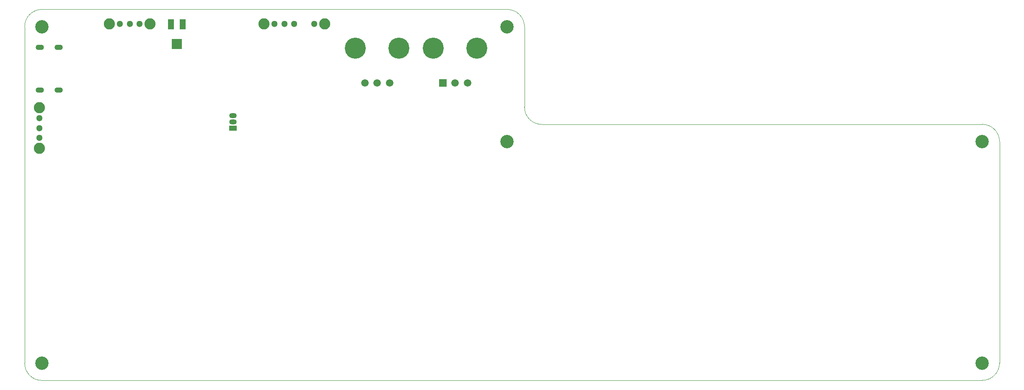
<source format=gbr>
%TF.GenerationSoftware,KiCad,Pcbnew,(6.0.7)*%
%TF.CreationDate,2023-07-12T13:06:10-04:00*%
%TF.ProjectId,Stylophone,5374796c-6f70-4686-9f6e-652e6b696361,rev?*%
%TF.SameCoordinates,Original*%
%TF.FileFunction,Soldermask,Bot*%
%TF.FilePolarity,Negative*%
%FSLAX46Y46*%
G04 Gerber Fmt 4.6, Leading zero omitted, Abs format (unit mm)*
G04 Created by KiCad (PCBNEW (6.0.7)) date 2023-07-12 13:06:10*
%MOMM*%
%LPD*%
G01*
G04 APERTURE LIST*
%TA.AperFunction,Profile*%
%ADD10C,0.100000*%
%TD*%
%ADD11C,1.300000*%
%ADD12C,2.250000*%
%ADD13C,2.700000*%
%ADD14C,1.500000*%
%ADD15C,4.260000*%
%ADD16R,1.500000X1.500000*%
%ADD17R,1.500000X1.050000*%
%ADD18O,1.500000X1.050000*%
%ADD19O,1.700000X1.100000*%
%ADD20R,1.300000X2.000000*%
%ADD21R,2.000000X2.000000*%
G04 APERTURE END LIST*
D10*
X26000000Y-85500000D02*
X120000000Y-85500000D01*
X26000000Y-85500000D02*
G75*
G03*
X22500000Y-89000000I0J-3500000D01*
G01*
X216000000Y-160480000D02*
X26000000Y-160500000D01*
X216000000Y-108720000D02*
X127000000Y-108740000D01*
X216000000Y-160480000D02*
G75*
G03*
X219500000Y-156980000I0J3500000D01*
G01*
X123500000Y-105240000D02*
G75*
G03*
X127000000Y-108740000I3500000J0D01*
G01*
X22500000Y-157000000D02*
G75*
G03*
X26000000Y-160500000I3500000J0D01*
G01*
X123500000Y-89000000D02*
X123500000Y-105240000D01*
X219500000Y-112220000D02*
G75*
G03*
X216000000Y-108720000I-3500000J0D01*
G01*
X22500000Y-89000000D02*
X22500000Y-157000000D01*
X123500000Y-89000000D02*
G75*
G03*
X120000000Y-85500000I-3500000J0D01*
G01*
X219500000Y-156980000D02*
X219500000Y-112220000D01*
D11*
%TO.C,SW2*%
X45750000Y-88396360D03*
X43750000Y-88396360D03*
X41750000Y-88396360D03*
D12*
X47850000Y-88396360D03*
X39650000Y-88396360D03*
%TD*%
D13*
%TO.C,H3*%
X216000000Y-156980000D03*
%TD*%
%TO.C,H2*%
X26000000Y-157000000D03*
%TD*%
D14*
%TO.C,VR1*%
X91250000Y-100375000D03*
X93750000Y-100375000D03*
X96250000Y-100375000D03*
D15*
X89350000Y-93375000D03*
X98150000Y-93375000D03*
%TD*%
D13*
%TO.C,H4*%
X216000000Y-112220000D03*
%TD*%
%TO.C,H6*%
X120000000Y-89000000D03*
%TD*%
D11*
%TO.C,SW1*%
X25500000Y-107500000D03*
X25500000Y-109500000D03*
X25500000Y-111500000D03*
D12*
X25500000Y-105400000D03*
X25500000Y-113600000D03*
%TD*%
D16*
%TO.C,VR2*%
X107000000Y-100375000D03*
D14*
X109500000Y-100375000D03*
X112000000Y-100375000D03*
D15*
X105100000Y-93375000D03*
X113900000Y-93375000D03*
%TD*%
D17*
%TO.C,Q1*%
X64570000Y-109520000D03*
D18*
X64570000Y-108250000D03*
X64570000Y-106980000D03*
%TD*%
D11*
%TO.C,SW3*%
X81000000Y-88396360D03*
X77000000Y-88396360D03*
X75000000Y-88396360D03*
X73000000Y-88396360D03*
D12*
X83100000Y-88396360D03*
X70900000Y-88396360D03*
%TD*%
D13*
%TO.C,H5*%
X120000000Y-112240000D03*
%TD*%
%TO.C,H1*%
X26000000Y-89000000D03*
%TD*%
D19*
%TO.C,J1*%
X25600000Y-93180000D03*
X29400000Y-101820000D03*
X25600000Y-101820000D03*
X29400000Y-93180000D03*
%TD*%
D20*
%TO.C,RV1*%
X52100000Y-88500000D03*
D21*
X53250000Y-92500000D03*
D20*
X54400000Y-88500000D03*
%TD*%
M02*

</source>
